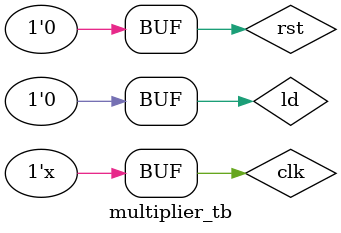
<source format=sv>
module multiplier(rst, clk, ld, abort, sgn, sgnus, a, b, o, done, idle);
parameter WID=128;
parameter SGNADJO=3'd2;
parameter MULT=3'd3;
parameter IDLE=3'd4;
parameter DONE=3'd5;
input clk;
input rst;
input ld;
input abort;
input sgn;
input sgnus;
input [WID-1:0] a;
input [WID-1:0] b;
output [WID*2-1:0] o;
reg [WID*2-1:0] o;
output done;
output idle;

reg [WID-1:0] aa,bb;
reg so;
reg [2:0] state;
reg [7:0] cnt;
wire cnt_done = cnt==8'd0;
assign done = state==DONE || (state==IDLE && !ld); // State == DONE
assign idle = state==IDLE;

wire [255:0] pp;
wire [255:0] pp0;
wire [127:0] pp1;
wire [127:0] pp2;

generate begin : gMults
if (WID > 64) begin
mult64 umul1
(
  .CLK(clk),  // input wire CLK
  .A(aa[63:0]),      // input wire [63 : 0] A
  .B(bb[63:0]),      // input wire [63 : 0] B
  .P(pp0[127:0])      // output wire [127 : 0] P
);
mult64 umul2
(
  .CLK(clk),  // input wire CLK
  .A(aa[127:64]),      // input wire [63 : 0] A
  .B(bb[63:0]),      // input wire [63 : 0] B
  .P(pp1)      // output wire [127 : 0] P
);
mult64 umul3
(
  .CLK(clk),  // input wire CLK
  .A(aa[63:0]),      // input wire [63 : 0] A
  .B(bb[127:64]),      // input wire [63 : 0] B
  .P(pp2)      // output wire [127 : 0] P
);
mult64 umul4
(
  .CLK(clk),  // input wire CLK
  .A(aa[127:64]),      // input wire [63 : 0] A
  .B(bb[127:64]),      // input wire [63 : 0] B
  .P(pp0[255:128])      // output wire [127 : 0] P
);
assign pp = pp0 + {pp1,64'b0} + {pp2,64'b0};
end
else if (WID > 32) begin
mult64 umul1
(
  .CLK(clk),  // input wire CLK
  .A(aa[63:0]),      // input wire [63 : 0] A
  .B(bb[63:0]),      // input wire [63 : 0] B
  .P(pp)      // output wire [127 : 0] P
);
assign pp[255:128] = 1'd0;
end
else if (WID > 16) begin
mult32 umul1
(
  .CLK(clk),  // input wire CLK
  .A(aa[31:0]),      // input wire [63 : 0] A
  .B(bb[31:0]),      // input wire [63 : 0] B
  .P(pp)      // output wire [127 : 0] P
);
assign pp[255:64] = 1'd0;
end
else if (WID > 8) begin
mult16 umul1
(
  .CLK(clk),  // input wire CLK
  .A(aa[15:0]),      // input wire [63 : 0] A
  .B(bb[15:0]),      // input wire [63 : 0] B
  .P(pp)      // output wire [127 : 0] P
);
assign pp[255:32] = 1'd0;
end
else begin
mult8 umul1
(
  .CLK(clk),  // input wire CLK
  .A(aa[7:0]),      // input wire [63 : 0] A
  .B(bb[7:0]),      // input wire [63 : 0] B
  .P(pp[15:0])      // output wire [127 : 0] P
);
assign pp[255:16] = 1'd0;
end
end
endgenerate

always @(posedge clk)
if (rst) begin
	aa <= {WID{1'b0}};
	bb <= {WID{1'b0}};
	o <= {WID*2{1'b0}};
	state <= IDLE;
end
else
begin
if (abort)
  cnt <= 8'd00;
else if (!cnt_done)
	cnt <= cnt - 8'd1;

case(state)
IDLE:
	if (ld) begin
	  if (sgnus) begin
			aa <= a[WID-1] ? -a : a;
			bb <= b;
			so = a[WID-1];
	  end
		else if (sgn) begin
			aa <= a[WID-1] ? -a : a;
			bb <= b[WID-1] ? -b : b;
			so <= a[WID-1] ^ b[WID-1];
		end
		else begin
			aa <= a;
			bb <= b;
			so <= 1'b0;
		end
		case(WID)
		128:	cnt <= 8'd10;
		64:	cnt <= 8'd9;
		32:	cnt <= 8'd3;
		16:	cnt <= 8'd1;
		8:	cnt <= 8'd1;
		default:
			cnt <= 8'd10;
		endcase
		state <= MULT;
	end
MULT:
	if (cnt_done) begin
		if (sgn|sgnus) begin
			if (so)
				o <= -pp;
			else
				o <= pp;
		end
		else
			o <= pp;
		state <= DONE;
	end
DONE:
	state <= IDLE;
default:
	state <= IDLE;
endcase
end

endmodule

module multiplier_tb();

reg rst;
reg clk;
reg ld;
wire [127:0] o;

initial begin
	clk = 1;
	rst = 0;
	#100 rst = 1;
	#100 rst = 0;
	#100 ld = 1;
	#150 ld = 0;
end

always #10 clk = ~clk;	//  50 MHz


multiplier u1
(
	.rst(rst),
	.clk(clk),
	.ld(ld),
	.sgn(1'b1),
	.isMuli(1'b0),
	.a(64'd0),
	.b(64'd48),
	.o(o)
);

endmodule


</source>
